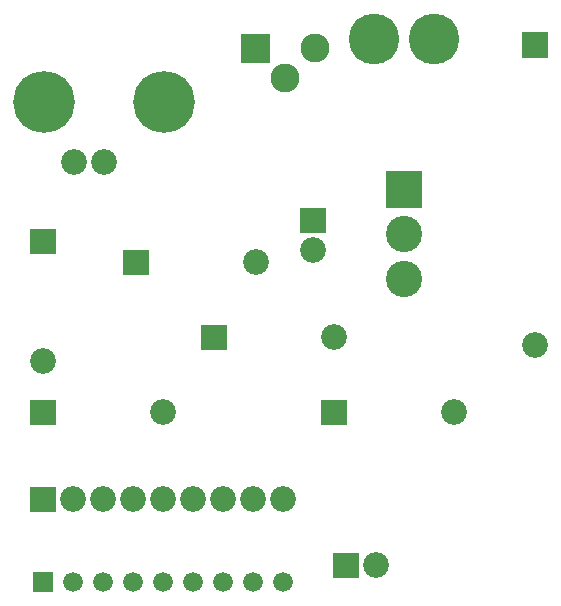
<source format=gts>
G04 start of page 6 for group 2 layer_idx 0 *
G04 Title: (unknown), top_mask *
G04 Creator: pcb-rnd 1.2.4 *
G04 CreationDate: 2017-09-22 19:00:37 UTC *
G04 For:  *
G04 Format: Gerber/RS-274X *
G04 PCB-Dimensions: 600000 500000 *
G04 PCB-Coordinate-Origin: lower left *
%MOIN*%
%FSLAX25Y25*%
%LNTOPMASK*%
%ADD58C,0.2060*%
%ADD57C,0.1690*%
%ADD56C,0.0960*%
%ADD55C,0.0660*%
%ADD54C,0.1210*%
%ADD53C,0.0860*%
%ADD52C,0.0001*%
G54D52*G36*
X327200Y324960D02*Y316360D01*
X335800D01*
Y324960D01*
X327200D01*
G37*
G54D53*X405500Y279160D03*
X338500Y281660D03*
G54D54*X362000Y316000D03*
Y301000D03*
G54D53*X331500Y310660D03*
X312500Y306660D03*
X241500Y273660D03*
G54D52*G36*
X237200Y260960D02*Y252360D01*
X245800D01*
Y260960D01*
X237200D01*
G37*
G36*
X334200D02*Y252360D01*
X342800D01*
Y260960D01*
X334200D01*
G37*
G54D53*X281500Y256660D03*
G54D52*G36*
X294200Y285960D02*Y277360D01*
X302800D01*
Y285960D01*
X294200D01*
G37*
G54D53*X378500Y256660D03*
G54D55*X291501Y200273D03*
X281501D03*
X271501D03*
X261501D03*
X321501D03*
X311501D03*
X301501D03*
G54D52*G36*
X338200Y209960D02*Y201360D01*
X346800D01*
Y209960D01*
X338200D01*
G37*
G54D53*X352500Y205660D03*
G54D55*X251501Y200273D03*
G54D53*X251500Y227660D03*
X261500D03*
G54D52*G36*
X238201Y203573D02*Y196973D01*
X244801D01*
Y203573D01*
X238201D01*
G37*
G36*
X237200Y231960D02*Y223360D01*
X245800D01*
Y231960D01*
X237200D01*
G37*
G54D53*X271500Y227660D03*
X281500D03*
X291500D03*
X301500D03*
X311500D03*
X321500D03*
G54D52*G36*
X237200Y317960D02*Y309360D01*
X245800D01*
Y317960D01*
X237200D01*
G37*
G36*
X268200Y310960D02*Y302360D01*
X276800D01*
Y310960D01*
X268200D01*
G37*
G36*
X401200Y383460D02*Y374860D01*
X409800D01*
Y383460D01*
X401200D01*
G37*
G36*
X307587Y382800D02*Y373200D01*
X317187D01*
Y382800D01*
X307587D01*
G37*
G54D56*X322387Y368000D03*
X332387Y378000D03*
G54D57*X372000Y381000D03*
X352000D03*
G54D58*X242000Y360160D03*
X282000D03*
G54D53*X252000Y340160D03*
X262000D03*
G54D52*G36*
X355950Y337050D02*Y324950D01*
X368050D01*
Y337050D01*
X355950D01*
G37*
M02*

</source>
